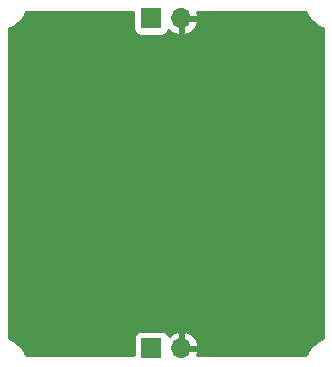
<source format=gbr>
G04 #@! TF.GenerationSoftware,KiCad,Pcbnew,(5.0.0-rc2-dev-352-g017154715)*
G04 #@! TF.CreationDate,2018-10-08T23:49:12-04:00*
G04 #@! TF.ProjectId,Backlight,4261636B6C696768742E6B696361645F,rev?*
G04 #@! TF.SameCoordinates,Original*
G04 #@! TF.FileFunction,Copper,L2,Bot,Signal*
G04 #@! TF.FilePolarity,Positive*
%FSLAX46Y46*%
G04 Gerber Fmt 4.6, Leading zero omitted, Abs format (unit mm)*
G04 Created by KiCad (PCBNEW (5.0.0-rc2-dev-352-g017154715)) date 10/08/18 23:49:12*
%MOMM*%
%LPD*%
G01*
G04 APERTURE LIST*
%ADD10R,1.700000X1.700000*%
%ADD11O,1.700000X1.700000*%
%ADD12C,0.800000*%
%ADD13C,0.254000*%
G04 APERTURE END LIST*
D10*
X88900000Y-77470000D03*
D11*
X91440000Y-77470000D03*
X91472000Y-105410000D03*
D10*
X88932000Y-105410000D03*
D12*
X100330000Y-102870000D03*
X95250000Y-102870000D03*
X90170000Y-102235000D03*
X85090000Y-102870000D03*
X80010000Y-102870000D03*
X80010000Y-97790000D03*
X85090000Y-97790000D03*
X90170000Y-97790000D03*
X95250000Y-97790000D03*
X100330000Y-97790000D03*
X100330000Y-92710000D03*
X95250000Y-92710000D03*
X90170000Y-92710000D03*
X85090000Y-92710000D03*
X80010000Y-92710000D03*
X80010000Y-87630000D03*
X85090000Y-87630000D03*
X90170000Y-87630000D03*
X95250000Y-87630000D03*
X100330000Y-87630000D03*
X100330000Y-82550000D03*
X95250000Y-82550000D03*
X90170000Y-82550000D03*
X85090000Y-82550000D03*
X80010000Y-82550000D03*
D13*
G36*
X87402560Y-78320000D02*
X87451843Y-78567765D01*
X87592191Y-78777809D01*
X87802235Y-78918157D01*
X88050000Y-78967440D01*
X89750000Y-78967440D01*
X89997765Y-78918157D01*
X90207809Y-78777809D01*
X90348157Y-78567765D01*
X90368739Y-78464292D01*
X90673076Y-78741645D01*
X91083110Y-78911476D01*
X91313000Y-78790155D01*
X91313000Y-77597000D01*
X91567000Y-77597000D01*
X91567000Y-78790155D01*
X91796890Y-78911476D01*
X92206924Y-78741645D01*
X92635183Y-78351358D01*
X92881486Y-77826892D01*
X92760819Y-77597000D01*
X91567000Y-77597000D01*
X91313000Y-77597000D01*
X91293000Y-77597000D01*
X91293000Y-77343000D01*
X91313000Y-77343000D01*
X91313000Y-77323000D01*
X91567000Y-77323000D01*
X91567000Y-77343000D01*
X92760819Y-77343000D01*
X92881486Y-77113108D01*
X92786101Y-76910000D01*
X102033319Y-76910000D01*
X102035651Y-76921723D01*
X102035651Y-76921724D01*
X102141664Y-77177664D01*
X102472025Y-77672086D01*
X102626832Y-77826892D01*
X102667915Y-77867975D01*
X103162336Y-78198336D01*
X103312263Y-78260437D01*
X103418276Y-78304349D01*
X103430000Y-78306681D01*
X103430001Y-104573319D01*
X103418276Y-104575651D01*
X103312263Y-104619563D01*
X103162336Y-104681664D01*
X102667915Y-105012025D01*
X102667914Y-105012026D01*
X102472025Y-105207914D01*
X102141664Y-105702336D01*
X102090936Y-105824805D01*
X102035651Y-105958275D01*
X102033319Y-105970000D01*
X92818101Y-105970000D01*
X92913486Y-105766892D01*
X92792819Y-105537000D01*
X91599000Y-105537000D01*
X91599000Y-105557000D01*
X91345000Y-105557000D01*
X91345000Y-105537000D01*
X91325000Y-105537000D01*
X91325000Y-105283000D01*
X91345000Y-105283000D01*
X91345000Y-104089845D01*
X91599000Y-104089845D01*
X91599000Y-105283000D01*
X92792819Y-105283000D01*
X92913486Y-105053108D01*
X92667183Y-104528642D01*
X92238924Y-104138355D01*
X91828890Y-103968524D01*
X91599000Y-104089845D01*
X91345000Y-104089845D01*
X91115110Y-103968524D01*
X90705076Y-104138355D01*
X90400739Y-104415708D01*
X90380157Y-104312235D01*
X90239809Y-104102191D01*
X90029765Y-103961843D01*
X89782000Y-103912560D01*
X88082000Y-103912560D01*
X87834235Y-103961843D01*
X87624191Y-104102191D01*
X87483843Y-104312235D01*
X87434560Y-104560000D01*
X87434560Y-105970000D01*
X78306681Y-105970000D01*
X78304349Y-105958276D01*
X78249064Y-105824805D01*
X78198336Y-105702336D01*
X77867975Y-105207915D01*
X77793554Y-105133494D01*
X77672086Y-105012025D01*
X77177664Y-104681664D01*
X77027738Y-104619563D01*
X76921725Y-104575651D01*
X76910000Y-104573319D01*
X76910000Y-78306681D01*
X76921725Y-78304349D01*
X77027738Y-78260437D01*
X77177664Y-78198336D01*
X77672086Y-77867975D01*
X77867974Y-77672086D01*
X77867975Y-77672085D01*
X78198336Y-77177664D01*
X78271888Y-77000091D01*
X78304349Y-76921724D01*
X78306681Y-76910000D01*
X87402560Y-76910000D01*
X87402560Y-78320000D01*
X87402560Y-78320000D01*
G37*
X87402560Y-78320000D02*
X87451843Y-78567765D01*
X87592191Y-78777809D01*
X87802235Y-78918157D01*
X88050000Y-78967440D01*
X89750000Y-78967440D01*
X89997765Y-78918157D01*
X90207809Y-78777809D01*
X90348157Y-78567765D01*
X90368739Y-78464292D01*
X90673076Y-78741645D01*
X91083110Y-78911476D01*
X91313000Y-78790155D01*
X91313000Y-77597000D01*
X91567000Y-77597000D01*
X91567000Y-78790155D01*
X91796890Y-78911476D01*
X92206924Y-78741645D01*
X92635183Y-78351358D01*
X92881486Y-77826892D01*
X92760819Y-77597000D01*
X91567000Y-77597000D01*
X91313000Y-77597000D01*
X91293000Y-77597000D01*
X91293000Y-77343000D01*
X91313000Y-77343000D01*
X91313000Y-77323000D01*
X91567000Y-77323000D01*
X91567000Y-77343000D01*
X92760819Y-77343000D01*
X92881486Y-77113108D01*
X92786101Y-76910000D01*
X102033319Y-76910000D01*
X102035651Y-76921723D01*
X102035651Y-76921724D01*
X102141664Y-77177664D01*
X102472025Y-77672086D01*
X102626832Y-77826892D01*
X102667915Y-77867975D01*
X103162336Y-78198336D01*
X103312263Y-78260437D01*
X103418276Y-78304349D01*
X103430000Y-78306681D01*
X103430001Y-104573319D01*
X103418276Y-104575651D01*
X103312263Y-104619563D01*
X103162336Y-104681664D01*
X102667915Y-105012025D01*
X102667914Y-105012026D01*
X102472025Y-105207914D01*
X102141664Y-105702336D01*
X102090936Y-105824805D01*
X102035651Y-105958275D01*
X102033319Y-105970000D01*
X92818101Y-105970000D01*
X92913486Y-105766892D01*
X92792819Y-105537000D01*
X91599000Y-105537000D01*
X91599000Y-105557000D01*
X91345000Y-105557000D01*
X91345000Y-105537000D01*
X91325000Y-105537000D01*
X91325000Y-105283000D01*
X91345000Y-105283000D01*
X91345000Y-104089845D01*
X91599000Y-104089845D01*
X91599000Y-105283000D01*
X92792819Y-105283000D01*
X92913486Y-105053108D01*
X92667183Y-104528642D01*
X92238924Y-104138355D01*
X91828890Y-103968524D01*
X91599000Y-104089845D01*
X91345000Y-104089845D01*
X91115110Y-103968524D01*
X90705076Y-104138355D01*
X90400739Y-104415708D01*
X90380157Y-104312235D01*
X90239809Y-104102191D01*
X90029765Y-103961843D01*
X89782000Y-103912560D01*
X88082000Y-103912560D01*
X87834235Y-103961843D01*
X87624191Y-104102191D01*
X87483843Y-104312235D01*
X87434560Y-104560000D01*
X87434560Y-105970000D01*
X78306681Y-105970000D01*
X78304349Y-105958276D01*
X78249064Y-105824805D01*
X78198336Y-105702336D01*
X77867975Y-105207915D01*
X77793554Y-105133494D01*
X77672086Y-105012025D01*
X77177664Y-104681664D01*
X77027738Y-104619563D01*
X76921725Y-104575651D01*
X76910000Y-104573319D01*
X76910000Y-78306681D01*
X76921725Y-78304349D01*
X77027738Y-78260437D01*
X77177664Y-78198336D01*
X77672086Y-77867975D01*
X77867974Y-77672086D01*
X77867975Y-77672085D01*
X78198336Y-77177664D01*
X78271888Y-77000091D01*
X78304349Y-76921724D01*
X78306681Y-76910000D01*
X87402560Y-76910000D01*
X87402560Y-78320000D01*
M02*

</source>
